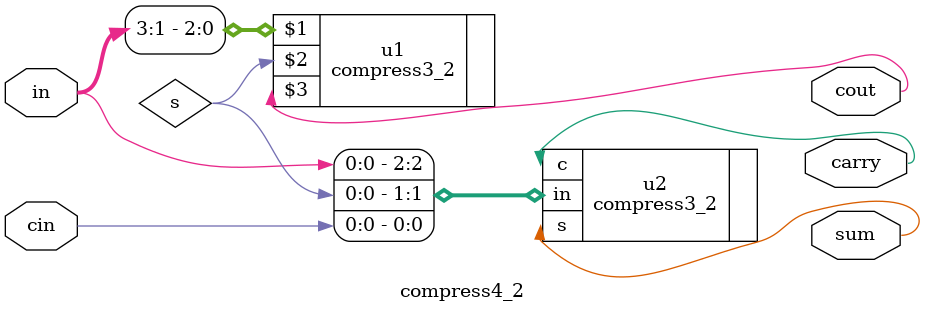
<source format=v>
module compress4_2 (in,cin,cout,carry,sum);
input [3:0] in;
input cin;
output cout,carry,sum;

wire s;
compress3_2 u1 (in[3:1],s,cout);
compress3_2 u2 (.in({in[0],s,cin}),.s(sum),.c(carry));

endmodule

</source>
